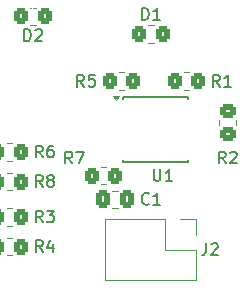
<source format=gbr>
G04 #@! TF.GenerationSoftware,KiCad,Pcbnew,8.0.7*
G04 #@! TF.CreationDate,2025-01-23T10:02:08+01:00*
G04 #@! TF.ProjectId,hackaday-eu-2025-sao-doge,6861636b-6164-4617-992d-65752d323032,rev?*
G04 #@! TF.SameCoordinates,Original*
G04 #@! TF.FileFunction,Legend,Top*
G04 #@! TF.FilePolarity,Positive*
%FSLAX46Y46*%
G04 Gerber Fmt 4.6, Leading zero omitted, Abs format (unit mm)*
G04 Created by KiCad (PCBNEW 8.0.7) date 2025-01-23 10:02:08*
%MOMM*%
%LPD*%
G01*
G04 APERTURE LIST*
G04 Aperture macros list*
%AMRoundRect*
0 Rectangle with rounded corners*
0 $1 Rounding radius*
0 $2 $3 $4 $5 $6 $7 $8 $9 X,Y pos of 4 corners*
0 Add a 4 corners polygon primitive as box body*
4,1,4,$2,$3,$4,$5,$6,$7,$8,$9,$2,$3,0*
0 Add four circle primitives for the rounded corners*
1,1,$1+$1,$2,$3*
1,1,$1+$1,$4,$5*
1,1,$1+$1,$6,$7*
1,1,$1+$1,$8,$9*
0 Add four rect primitives between the rounded corners*
20,1,$1+$1,$2,$3,$4,$5,0*
20,1,$1+$1,$4,$5,$6,$7,0*
20,1,$1+$1,$6,$7,$8,$9,0*
20,1,$1+$1,$8,$9,$2,$3,0*%
G04 Aperture macros list end*
%ADD10C,0.150000*%
%ADD11C,0.120000*%
%ADD12C,0.650000*%
%ADD13RoundRect,0.250000X-0.350000X-0.450000X0.350000X-0.450000X0.350000X0.450000X-0.350000X0.450000X0*%
%ADD14RoundRect,0.250000X0.350000X0.450000X-0.350000X0.450000X-0.350000X-0.450000X0.350000X-0.450000X0*%
%ADD15R,1.700000X1.700000*%
%ADD16O,1.700000X1.700000*%
%ADD17R,1.700000X0.650000*%
%ADD18RoundRect,0.250000X0.450000X-0.350000X0.450000X0.350000X-0.450000X0.350000X-0.450000X-0.350000X0*%
%ADD19RoundRect,0.250000X0.337500X0.475000X-0.337500X0.475000X-0.337500X-0.475000X0.337500X-0.475000X0*%
G04 APERTURE END LIST*
D10*
X125833333Y-59954819D02*
X125500000Y-59478628D01*
X125261905Y-59954819D02*
X125261905Y-58954819D01*
X125261905Y-58954819D02*
X125642857Y-58954819D01*
X125642857Y-58954819D02*
X125738095Y-59002438D01*
X125738095Y-59002438D02*
X125785714Y-59050057D01*
X125785714Y-59050057D02*
X125833333Y-59145295D01*
X125833333Y-59145295D02*
X125833333Y-59288152D01*
X125833333Y-59288152D02*
X125785714Y-59383390D01*
X125785714Y-59383390D02*
X125738095Y-59431009D01*
X125738095Y-59431009D02*
X125642857Y-59478628D01*
X125642857Y-59478628D02*
X125261905Y-59478628D01*
X126166667Y-58954819D02*
X126785714Y-58954819D01*
X126785714Y-58954819D02*
X126452381Y-59335771D01*
X126452381Y-59335771D02*
X126595238Y-59335771D01*
X126595238Y-59335771D02*
X126690476Y-59383390D01*
X126690476Y-59383390D02*
X126738095Y-59431009D01*
X126738095Y-59431009D02*
X126785714Y-59526247D01*
X126785714Y-59526247D02*
X126785714Y-59764342D01*
X126785714Y-59764342D02*
X126738095Y-59859580D01*
X126738095Y-59859580D02*
X126690476Y-59907200D01*
X126690476Y-59907200D02*
X126595238Y-59954819D01*
X126595238Y-59954819D02*
X126309524Y-59954819D01*
X126309524Y-59954819D02*
X126214286Y-59907200D01*
X126214286Y-59907200D02*
X126166667Y-59859580D01*
X125833333Y-62454819D02*
X125500000Y-61978628D01*
X125261905Y-62454819D02*
X125261905Y-61454819D01*
X125261905Y-61454819D02*
X125642857Y-61454819D01*
X125642857Y-61454819D02*
X125738095Y-61502438D01*
X125738095Y-61502438D02*
X125785714Y-61550057D01*
X125785714Y-61550057D02*
X125833333Y-61645295D01*
X125833333Y-61645295D02*
X125833333Y-61788152D01*
X125833333Y-61788152D02*
X125785714Y-61883390D01*
X125785714Y-61883390D02*
X125738095Y-61931009D01*
X125738095Y-61931009D02*
X125642857Y-61978628D01*
X125642857Y-61978628D02*
X125261905Y-61978628D01*
X126690476Y-61788152D02*
X126690476Y-62454819D01*
X126452381Y-61407200D02*
X126214286Y-62121485D01*
X126214286Y-62121485D02*
X126833333Y-62121485D01*
X129333333Y-48454819D02*
X129000000Y-47978628D01*
X128761905Y-48454819D02*
X128761905Y-47454819D01*
X128761905Y-47454819D02*
X129142857Y-47454819D01*
X129142857Y-47454819D02*
X129238095Y-47502438D01*
X129238095Y-47502438D02*
X129285714Y-47550057D01*
X129285714Y-47550057D02*
X129333333Y-47645295D01*
X129333333Y-47645295D02*
X129333333Y-47788152D01*
X129333333Y-47788152D02*
X129285714Y-47883390D01*
X129285714Y-47883390D02*
X129238095Y-47931009D01*
X129238095Y-47931009D02*
X129142857Y-47978628D01*
X129142857Y-47978628D02*
X128761905Y-47978628D01*
X130238095Y-47454819D02*
X129761905Y-47454819D01*
X129761905Y-47454819D02*
X129714286Y-47931009D01*
X129714286Y-47931009D02*
X129761905Y-47883390D01*
X129761905Y-47883390D02*
X129857143Y-47835771D01*
X129857143Y-47835771D02*
X130095238Y-47835771D01*
X130095238Y-47835771D02*
X130190476Y-47883390D01*
X130190476Y-47883390D02*
X130238095Y-47931009D01*
X130238095Y-47931009D02*
X130285714Y-48026247D01*
X130285714Y-48026247D02*
X130285714Y-48264342D01*
X130285714Y-48264342D02*
X130238095Y-48359580D01*
X130238095Y-48359580D02*
X130190476Y-48407200D01*
X130190476Y-48407200D02*
X130095238Y-48454819D01*
X130095238Y-48454819D02*
X129857143Y-48454819D01*
X129857143Y-48454819D02*
X129761905Y-48407200D01*
X129761905Y-48407200D02*
X129714286Y-48359580D01*
X139666666Y-61724819D02*
X139666666Y-62439104D01*
X139666666Y-62439104D02*
X139619047Y-62581961D01*
X139619047Y-62581961D02*
X139523809Y-62677200D01*
X139523809Y-62677200D02*
X139380952Y-62724819D01*
X139380952Y-62724819D02*
X139285714Y-62724819D01*
X140095238Y-61820057D02*
X140142857Y-61772438D01*
X140142857Y-61772438D02*
X140238095Y-61724819D01*
X140238095Y-61724819D02*
X140476190Y-61724819D01*
X140476190Y-61724819D02*
X140571428Y-61772438D01*
X140571428Y-61772438D02*
X140619047Y-61820057D01*
X140619047Y-61820057D02*
X140666666Y-61915295D01*
X140666666Y-61915295D02*
X140666666Y-62010533D01*
X140666666Y-62010533D02*
X140619047Y-62153390D01*
X140619047Y-62153390D02*
X140047619Y-62724819D01*
X140047619Y-62724819D02*
X140666666Y-62724819D01*
X134261905Y-42804819D02*
X134261905Y-41804819D01*
X134261905Y-41804819D02*
X134500000Y-41804819D01*
X134500000Y-41804819D02*
X134642857Y-41852438D01*
X134642857Y-41852438D02*
X134738095Y-41947676D01*
X134738095Y-41947676D02*
X134785714Y-42042914D01*
X134785714Y-42042914D02*
X134833333Y-42233390D01*
X134833333Y-42233390D02*
X134833333Y-42376247D01*
X134833333Y-42376247D02*
X134785714Y-42566723D01*
X134785714Y-42566723D02*
X134738095Y-42661961D01*
X134738095Y-42661961D02*
X134642857Y-42757200D01*
X134642857Y-42757200D02*
X134500000Y-42804819D01*
X134500000Y-42804819D02*
X134261905Y-42804819D01*
X135785714Y-42804819D02*
X135214286Y-42804819D01*
X135500000Y-42804819D02*
X135500000Y-41804819D01*
X135500000Y-41804819D02*
X135404762Y-41947676D01*
X135404762Y-41947676D02*
X135309524Y-42042914D01*
X135309524Y-42042914D02*
X135214286Y-42090533D01*
X125833333Y-56954819D02*
X125500000Y-56478628D01*
X125261905Y-56954819D02*
X125261905Y-55954819D01*
X125261905Y-55954819D02*
X125642857Y-55954819D01*
X125642857Y-55954819D02*
X125738095Y-56002438D01*
X125738095Y-56002438D02*
X125785714Y-56050057D01*
X125785714Y-56050057D02*
X125833333Y-56145295D01*
X125833333Y-56145295D02*
X125833333Y-56288152D01*
X125833333Y-56288152D02*
X125785714Y-56383390D01*
X125785714Y-56383390D02*
X125738095Y-56431009D01*
X125738095Y-56431009D02*
X125642857Y-56478628D01*
X125642857Y-56478628D02*
X125261905Y-56478628D01*
X126404762Y-56383390D02*
X126309524Y-56335771D01*
X126309524Y-56335771D02*
X126261905Y-56288152D01*
X126261905Y-56288152D02*
X126214286Y-56192914D01*
X126214286Y-56192914D02*
X126214286Y-56145295D01*
X126214286Y-56145295D02*
X126261905Y-56050057D01*
X126261905Y-56050057D02*
X126309524Y-56002438D01*
X126309524Y-56002438D02*
X126404762Y-55954819D01*
X126404762Y-55954819D02*
X126595238Y-55954819D01*
X126595238Y-55954819D02*
X126690476Y-56002438D01*
X126690476Y-56002438D02*
X126738095Y-56050057D01*
X126738095Y-56050057D02*
X126785714Y-56145295D01*
X126785714Y-56145295D02*
X126785714Y-56192914D01*
X126785714Y-56192914D02*
X126738095Y-56288152D01*
X126738095Y-56288152D02*
X126690476Y-56335771D01*
X126690476Y-56335771D02*
X126595238Y-56383390D01*
X126595238Y-56383390D02*
X126404762Y-56383390D01*
X126404762Y-56383390D02*
X126309524Y-56431009D01*
X126309524Y-56431009D02*
X126261905Y-56478628D01*
X126261905Y-56478628D02*
X126214286Y-56573866D01*
X126214286Y-56573866D02*
X126214286Y-56764342D01*
X126214286Y-56764342D02*
X126261905Y-56859580D01*
X126261905Y-56859580D02*
X126309524Y-56907200D01*
X126309524Y-56907200D02*
X126404762Y-56954819D01*
X126404762Y-56954819D02*
X126595238Y-56954819D01*
X126595238Y-56954819D02*
X126690476Y-56907200D01*
X126690476Y-56907200D02*
X126738095Y-56859580D01*
X126738095Y-56859580D02*
X126785714Y-56764342D01*
X126785714Y-56764342D02*
X126785714Y-56573866D01*
X126785714Y-56573866D02*
X126738095Y-56478628D01*
X126738095Y-56478628D02*
X126690476Y-56431009D01*
X126690476Y-56431009D02*
X126595238Y-56383390D01*
X125833333Y-54454819D02*
X125500000Y-53978628D01*
X125261905Y-54454819D02*
X125261905Y-53454819D01*
X125261905Y-53454819D02*
X125642857Y-53454819D01*
X125642857Y-53454819D02*
X125738095Y-53502438D01*
X125738095Y-53502438D02*
X125785714Y-53550057D01*
X125785714Y-53550057D02*
X125833333Y-53645295D01*
X125833333Y-53645295D02*
X125833333Y-53788152D01*
X125833333Y-53788152D02*
X125785714Y-53883390D01*
X125785714Y-53883390D02*
X125738095Y-53931009D01*
X125738095Y-53931009D02*
X125642857Y-53978628D01*
X125642857Y-53978628D02*
X125261905Y-53978628D01*
X126690476Y-53454819D02*
X126500000Y-53454819D01*
X126500000Y-53454819D02*
X126404762Y-53502438D01*
X126404762Y-53502438D02*
X126357143Y-53550057D01*
X126357143Y-53550057D02*
X126261905Y-53692914D01*
X126261905Y-53692914D02*
X126214286Y-53883390D01*
X126214286Y-53883390D02*
X126214286Y-54264342D01*
X126214286Y-54264342D02*
X126261905Y-54359580D01*
X126261905Y-54359580D02*
X126309524Y-54407200D01*
X126309524Y-54407200D02*
X126404762Y-54454819D01*
X126404762Y-54454819D02*
X126595238Y-54454819D01*
X126595238Y-54454819D02*
X126690476Y-54407200D01*
X126690476Y-54407200D02*
X126738095Y-54359580D01*
X126738095Y-54359580D02*
X126785714Y-54264342D01*
X126785714Y-54264342D02*
X126785714Y-54026247D01*
X126785714Y-54026247D02*
X126738095Y-53931009D01*
X126738095Y-53931009D02*
X126690476Y-53883390D01*
X126690476Y-53883390D02*
X126595238Y-53835771D01*
X126595238Y-53835771D02*
X126404762Y-53835771D01*
X126404762Y-53835771D02*
X126309524Y-53883390D01*
X126309524Y-53883390D02*
X126261905Y-53931009D01*
X126261905Y-53931009D02*
X126214286Y-54026247D01*
X135238095Y-55454819D02*
X135238095Y-56264342D01*
X135238095Y-56264342D02*
X135285714Y-56359580D01*
X135285714Y-56359580D02*
X135333333Y-56407200D01*
X135333333Y-56407200D02*
X135428571Y-56454819D01*
X135428571Y-56454819D02*
X135619047Y-56454819D01*
X135619047Y-56454819D02*
X135714285Y-56407200D01*
X135714285Y-56407200D02*
X135761904Y-56359580D01*
X135761904Y-56359580D02*
X135809523Y-56264342D01*
X135809523Y-56264342D02*
X135809523Y-55454819D01*
X136809523Y-56454819D02*
X136238095Y-56454819D01*
X136523809Y-56454819D02*
X136523809Y-55454819D01*
X136523809Y-55454819D02*
X136428571Y-55597676D01*
X136428571Y-55597676D02*
X136333333Y-55692914D01*
X136333333Y-55692914D02*
X136238095Y-55740533D01*
X141333333Y-54954819D02*
X141000000Y-54478628D01*
X140761905Y-54954819D02*
X140761905Y-53954819D01*
X140761905Y-53954819D02*
X141142857Y-53954819D01*
X141142857Y-53954819D02*
X141238095Y-54002438D01*
X141238095Y-54002438D02*
X141285714Y-54050057D01*
X141285714Y-54050057D02*
X141333333Y-54145295D01*
X141333333Y-54145295D02*
X141333333Y-54288152D01*
X141333333Y-54288152D02*
X141285714Y-54383390D01*
X141285714Y-54383390D02*
X141238095Y-54431009D01*
X141238095Y-54431009D02*
X141142857Y-54478628D01*
X141142857Y-54478628D02*
X140761905Y-54478628D01*
X141714286Y-54050057D02*
X141761905Y-54002438D01*
X141761905Y-54002438D02*
X141857143Y-53954819D01*
X141857143Y-53954819D02*
X142095238Y-53954819D01*
X142095238Y-53954819D02*
X142190476Y-54002438D01*
X142190476Y-54002438D02*
X142238095Y-54050057D01*
X142238095Y-54050057D02*
X142285714Y-54145295D01*
X142285714Y-54145295D02*
X142285714Y-54240533D01*
X142285714Y-54240533D02*
X142238095Y-54383390D01*
X142238095Y-54383390D02*
X141666667Y-54954819D01*
X141666667Y-54954819D02*
X142285714Y-54954819D01*
X128333333Y-54954819D02*
X128000000Y-54478628D01*
X127761905Y-54954819D02*
X127761905Y-53954819D01*
X127761905Y-53954819D02*
X128142857Y-53954819D01*
X128142857Y-53954819D02*
X128238095Y-54002438D01*
X128238095Y-54002438D02*
X128285714Y-54050057D01*
X128285714Y-54050057D02*
X128333333Y-54145295D01*
X128333333Y-54145295D02*
X128333333Y-54288152D01*
X128333333Y-54288152D02*
X128285714Y-54383390D01*
X128285714Y-54383390D02*
X128238095Y-54431009D01*
X128238095Y-54431009D02*
X128142857Y-54478628D01*
X128142857Y-54478628D02*
X127761905Y-54478628D01*
X128666667Y-53954819D02*
X129333333Y-53954819D01*
X129333333Y-53954819D02*
X128904762Y-54954819D01*
X140833333Y-48454819D02*
X140500000Y-47978628D01*
X140261905Y-48454819D02*
X140261905Y-47454819D01*
X140261905Y-47454819D02*
X140642857Y-47454819D01*
X140642857Y-47454819D02*
X140738095Y-47502438D01*
X140738095Y-47502438D02*
X140785714Y-47550057D01*
X140785714Y-47550057D02*
X140833333Y-47645295D01*
X140833333Y-47645295D02*
X140833333Y-47788152D01*
X140833333Y-47788152D02*
X140785714Y-47883390D01*
X140785714Y-47883390D02*
X140738095Y-47931009D01*
X140738095Y-47931009D02*
X140642857Y-47978628D01*
X140642857Y-47978628D02*
X140261905Y-47978628D01*
X141785714Y-48454819D02*
X141214286Y-48454819D01*
X141500000Y-48454819D02*
X141500000Y-47454819D01*
X141500000Y-47454819D02*
X141404762Y-47597676D01*
X141404762Y-47597676D02*
X141309524Y-47692914D01*
X141309524Y-47692914D02*
X141214286Y-47740533D01*
X124261905Y-44604819D02*
X124261905Y-43604819D01*
X124261905Y-43604819D02*
X124500000Y-43604819D01*
X124500000Y-43604819D02*
X124642857Y-43652438D01*
X124642857Y-43652438D02*
X124738095Y-43747676D01*
X124738095Y-43747676D02*
X124785714Y-43842914D01*
X124785714Y-43842914D02*
X124833333Y-44033390D01*
X124833333Y-44033390D02*
X124833333Y-44176247D01*
X124833333Y-44176247D02*
X124785714Y-44366723D01*
X124785714Y-44366723D02*
X124738095Y-44461961D01*
X124738095Y-44461961D02*
X124642857Y-44557200D01*
X124642857Y-44557200D02*
X124500000Y-44604819D01*
X124500000Y-44604819D02*
X124261905Y-44604819D01*
X125214286Y-43700057D02*
X125261905Y-43652438D01*
X125261905Y-43652438D02*
X125357143Y-43604819D01*
X125357143Y-43604819D02*
X125595238Y-43604819D01*
X125595238Y-43604819D02*
X125690476Y-43652438D01*
X125690476Y-43652438D02*
X125738095Y-43700057D01*
X125738095Y-43700057D02*
X125785714Y-43795295D01*
X125785714Y-43795295D02*
X125785714Y-43890533D01*
X125785714Y-43890533D02*
X125738095Y-44033390D01*
X125738095Y-44033390D02*
X125166667Y-44604819D01*
X125166667Y-44604819D02*
X125785714Y-44604819D01*
X134833333Y-58359580D02*
X134785714Y-58407200D01*
X134785714Y-58407200D02*
X134642857Y-58454819D01*
X134642857Y-58454819D02*
X134547619Y-58454819D01*
X134547619Y-58454819D02*
X134404762Y-58407200D01*
X134404762Y-58407200D02*
X134309524Y-58311961D01*
X134309524Y-58311961D02*
X134261905Y-58216723D01*
X134261905Y-58216723D02*
X134214286Y-58026247D01*
X134214286Y-58026247D02*
X134214286Y-57883390D01*
X134214286Y-57883390D02*
X134261905Y-57692914D01*
X134261905Y-57692914D02*
X134309524Y-57597676D01*
X134309524Y-57597676D02*
X134404762Y-57502438D01*
X134404762Y-57502438D02*
X134547619Y-57454819D01*
X134547619Y-57454819D02*
X134642857Y-57454819D01*
X134642857Y-57454819D02*
X134785714Y-57502438D01*
X134785714Y-57502438D02*
X134833333Y-57550057D01*
X135785714Y-58454819D02*
X135214286Y-58454819D01*
X135500000Y-58454819D02*
X135500000Y-57454819D01*
X135500000Y-57454819D02*
X135404762Y-57597676D01*
X135404762Y-57597676D02*
X135309524Y-57692914D01*
X135309524Y-57692914D02*
X135214286Y-57740533D01*
D11*
X122772936Y-58765000D02*
X123227064Y-58765000D01*
X122772936Y-60235000D02*
X123227064Y-60235000D01*
X122772936Y-61265000D02*
X123227064Y-61265000D01*
X122772936Y-62735000D02*
X123227064Y-62735000D01*
X132727064Y-47265000D02*
X132272936Y-47265000D01*
X132727064Y-48735000D02*
X132272936Y-48735000D01*
X131090000Y-59670000D02*
X131090000Y-64870000D01*
X136230000Y-59670000D02*
X131090000Y-59670000D01*
X136230000Y-59670000D02*
X136230000Y-62270000D01*
X136230000Y-62270000D02*
X138830000Y-62270000D01*
X137500000Y-59670000D02*
X138830000Y-59670000D01*
X138830000Y-59670000D02*
X138830000Y-61000000D01*
X138830000Y-62270000D02*
X138830000Y-64870000D01*
X138830000Y-64870000D02*
X131090000Y-64870000D01*
X134772936Y-44735000D02*
X135227064Y-44735000D01*
X134772936Y-43265000D02*
X135227064Y-43265000D01*
X122772936Y-55765000D02*
X123227064Y-55765000D01*
X122772936Y-57235000D02*
X123227064Y-57235000D01*
X122772936Y-53265000D02*
X123227064Y-53265000D01*
X122772936Y-54735000D02*
X123227064Y-54735000D01*
D10*
X132600000Y-49340000D02*
X132600000Y-49545000D01*
X132600000Y-49340000D02*
X138100000Y-49340000D01*
X132600000Y-54850000D02*
X132600000Y-54645000D01*
X132600000Y-54850000D02*
X138100000Y-54850000D01*
X138100000Y-49340000D02*
X138100000Y-49545000D01*
X138100000Y-54850000D02*
X138100000Y-54645000D01*
D11*
X132050000Y-49595000D02*
X131810000Y-49265000D01*
X132290000Y-49265000D01*
X132050000Y-49595000D01*
G36*
X132050000Y-49595000D02*
G01*
X131810000Y-49265000D01*
X132290000Y-49265000D01*
X132050000Y-49595000D01*
G37*
X140765000Y-51727064D02*
X140765000Y-51272936D01*
X142235000Y-51727064D02*
X142235000Y-51272936D01*
X131227064Y-55265000D02*
X130772936Y-55265000D01*
X131227064Y-56735000D02*
X130772936Y-56735000D01*
X137772936Y-47265000D02*
X138227064Y-47265000D01*
X137772936Y-48735000D02*
X138227064Y-48735000D01*
X125227064Y-41765000D02*
X124772936Y-41765000D01*
X125227064Y-43235000D02*
X124772936Y-43235000D01*
X132223752Y-57265000D02*
X131701248Y-57265000D01*
X132223752Y-58735000D02*
X131701248Y-58735000D01*
%LPC*%
D12*
X135325000Y-44000000D02*
G75*
G02*
X134675000Y-44000000I-325000J0D01*
G01*
X134675000Y-44000000D02*
G75*
G02*
X135325000Y-44000000I325000J0D01*
G01*
X125325000Y-42500000D02*
G75*
G02*
X124675000Y-42500000I-325000J0D01*
G01*
X124675000Y-42500000D02*
G75*
G02*
X125325000Y-42500000I325000J0D01*
G01*
D13*
X122000000Y-59500000D03*
X124000000Y-59500000D03*
X122000000Y-62000000D03*
X124000000Y-62000000D03*
D14*
X133500000Y-48000000D03*
X131500000Y-48000000D03*
D15*
X137500000Y-61000000D03*
D16*
X137500000Y-63540000D03*
X134960000Y-61000000D03*
X134960000Y-63540000D03*
X132420000Y-61000000D03*
X132420000Y-63540000D03*
D13*
X136000000Y-44000000D03*
X134000000Y-44000000D03*
X122000000Y-56500000D03*
X124000000Y-56500000D03*
X122000000Y-54000000D03*
X124000000Y-54000000D03*
D17*
X131700000Y-50190000D03*
X131700000Y-51460000D03*
X131700000Y-52730000D03*
X131700000Y-54000000D03*
X139000000Y-54000000D03*
X139000000Y-52730000D03*
X139000000Y-51460000D03*
X139000000Y-50190000D03*
D18*
X141500000Y-52500000D03*
X141500000Y-50500000D03*
D14*
X132000000Y-56000000D03*
X130000000Y-56000000D03*
D13*
X137000000Y-48000000D03*
X139000000Y-48000000D03*
D14*
X126000000Y-42500000D03*
X124000000Y-42500000D03*
D19*
X133000000Y-58000000D03*
X130925000Y-58000000D03*
%LPD*%
M02*

</source>
